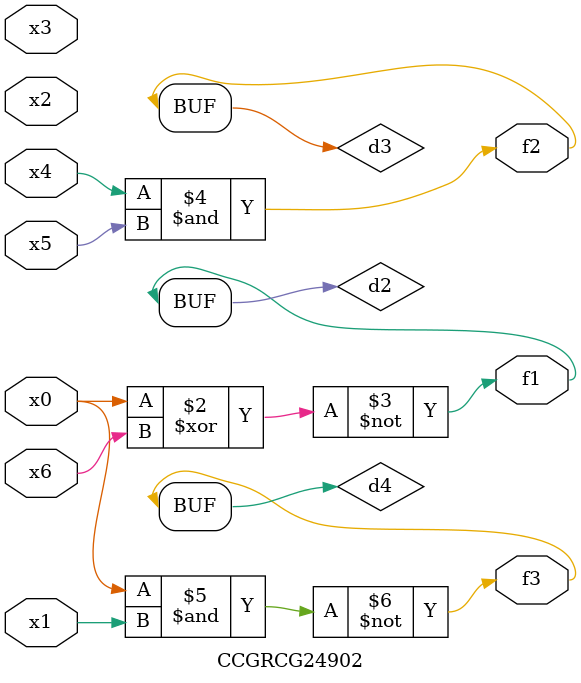
<source format=v>
module CCGRCG24902(
	input x0, x1, x2, x3, x4, x5, x6,
	output f1, f2, f3
);

	wire d1, d2, d3, d4;

	nor (d1, x0);
	xnor (d2, x0, x6);
	and (d3, x4, x5);
	nand (d4, x0, x1);
	assign f1 = d2;
	assign f2 = d3;
	assign f3 = d4;
endmodule

</source>
